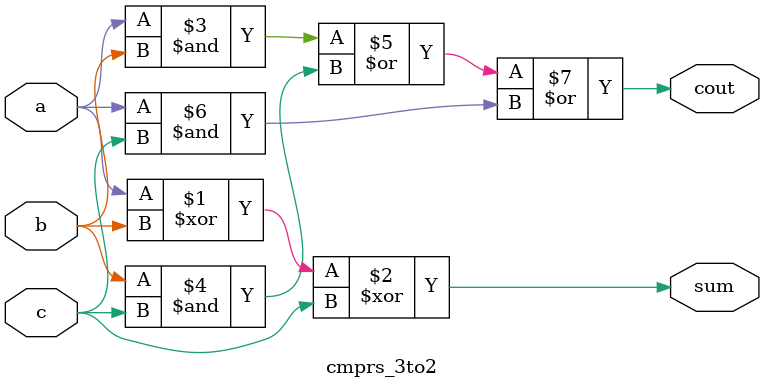
<source format=sv>
/*
   Copyright 2024 jackkyyang

   Licensed under the Apache License, Version 2.0 (the "License");
   you may not use this file except in compliance with the License.
   You may obtain a copy of the License at

       http://www.apache.org/licenses/LICENSE-2.0

   Unless required by applicable law or agreed to in writing, software
   distributed under the License is distributed on an "AS IS" BASIS,
   WITHOUT WARRANTIES OR CONDITIONS OF ANY KIND, either express or implied.
   See the License for the specific language governing permissions and
   limitations under the License.

 ***************************************************************************
 * File Name: cmprs_3to2.sv
 * Creation Date: 2024/10/20
 * Author: jackkyyang
 * Description:
 *   a fast 3-to-2 compressor(CSA).
 ***************************************************************************
*/


module cmprs_3to2
#(
  parameter integer WIDTH = 1
)
(
    input  logic [WIDTH-1:0] a,     // input a
    input  logic [WIDTH-1:0] b,     // input b
    input  logic [WIDTH-1:0] c,     // input c
    output logic [WIDTH-1:0] cout,  // carry out
    output logic [WIDTH-1:0] sum    // sum
);

  assign sum  = a ^ b ^ c;
  assign cout = (a & b) | (b & c) | (a & c);

endmodule

</source>
